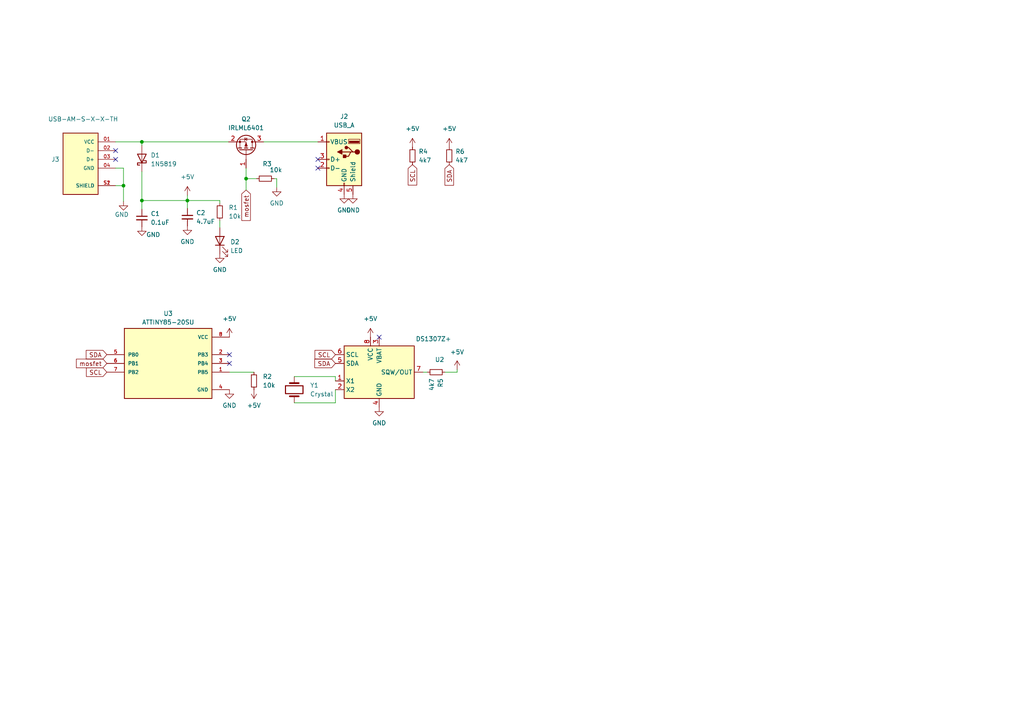
<source format=kicad_sch>
(kicad_sch (version 20230121) (generator eeschema)

  (uuid 239d9de4-bcf0-491e-9e07-b1cbff465015)

  (paper "A4")

  (lib_symbols
    (symbol "ATTINY85-20SU:ATTINY85-20SU" (pin_names (offset 1.016)) (in_bom yes) (on_board yes)
      (property "Reference" "U" (at -12.7 11.16 0)
        (effects (font (size 1.27 1.27)) (justify left bottom))
      )
      (property "Value" "ATTINY85-20SU" (at -12.7 -14.16 0)
        (effects (font (size 1.27 1.27)) (justify left bottom))
      )
      (property "Footprint" "ATTINY85-20SU:SOIC127P798X216-8N" (at 0 0 0)
        (effects (font (size 1.27 1.27)) (justify bottom) hide)
      )
      (property "Datasheet" "" (at 0 0 0)
        (effects (font (size 1.27 1.27)) hide)
      )
      (property "MF" "Microchip" (at 0 0 0)
        (effects (font (size 1.27 1.27)) (justify bottom) hide)
      )
      (property "DESCRIPTION" "IC MCU 8BIT 8KB FLASH 8SOIC" (at 0 0 0)
        (effects (font (size 1.27 1.27)) (justify bottom) hide)
      )
      (property "PURCHASE-URL" "https://pricing.snapeda.com/search/part/ATTINY85V-10SU/?ref=eda" (at 0 0 0)
        (effects (font (size 1.27 1.27)) (justify bottom) hide)
      )
      (property "PACKAGE" "None" (at 0 0 0)
        (effects (font (size 1.27 1.27)) (justify bottom) hide)
      )
      (property "PRICE" "None" (at 0 0 0)
        (effects (font (size 1.27 1.27)) (justify bottom) hide)
      )
      (property "Package" "SOIC-8 Microchip" (at 0 0 0)
        (effects (font (size 1.27 1.27)) (justify bottom) hide)
      )
      (property "Check_prices" "https://www.snapeda.com/parts/ATTINY85-20SU/Microchip/view-part/?ref=eda" (at 0 0 0)
        (effects (font (size 1.27 1.27)) (justify bottom) hide)
      )
      (property "Price" "None" (at 0 0 0)
        (effects (font (size 1.27 1.27)) (justify bottom) hide)
      )
      (property "PARTREV" "2586Q–AVR–08/2013" (at 0 0 0)
        (effects (font (size 1.27 1.27)) (justify bottom) hide)
      )
      (property "SnapEDA_Link" "https://www.snapeda.com/parts/ATTINY85-20SU/Microchip/view-part/?ref=snap" (at 0 0 0)
        (effects (font (size 1.27 1.27)) (justify bottom) hide)
      )
      (property "MP" "ATTINY85-20SU" (at 0 0 0)
        (effects (font (size 1.27 1.27)) (justify bottom) hide)
      )
      (property "Description" "\nAVR AVR® ATtiny, Functional Safety (FuSa) Microcontroller IC 8-Bit 20MHz 8KB (4K x 16) FLASH 8-SOIC\n" (at 0 0 0)
        (effects (font (size 1.27 1.27)) (justify bottom) hide)
      )
      (property "Availability" "In Stock" (at 0 0 0)
        (effects (font (size 1.27 1.27)) (justify bottom) hide)
      )
      (property "AVAILABILITY" "Good" (at 0 0 0)
        (effects (font (size 1.27 1.27)) (justify bottom) hide)
      )
      (property "MAXIMUM_PACKAGE_HEIGHT" "2.16 mm" (at 0 0 0)
        (effects (font (size 1.27 1.27)) (justify bottom) hide)
      )
      (symbol "ATTINY85-20SU_0_0"
        (rectangle (start -12.7 -10.16) (end 12.7 10.16)
          (stroke (width 0.254) (type default))
          (fill (type background))
        )
        (pin bidirectional line (at 17.78 -2.54 180) (length 5.08)
          (name "PB5" (effects (font (size 1.016 1.016))))
          (number "1" (effects (font (size 1.016 1.016))))
        )
        (pin bidirectional line (at 17.78 2.54 180) (length 5.08)
          (name "PB3" (effects (font (size 1.016 1.016))))
          (number "2" (effects (font (size 1.016 1.016))))
        )
        (pin bidirectional line (at 17.78 0 180) (length 5.08)
          (name "PB4" (effects (font (size 1.016 1.016))))
          (number "3" (effects (font (size 1.016 1.016))))
        )
        (pin power_in line (at 17.78 -7.62 180) (length 5.08)
          (name "GND" (effects (font (size 1.016 1.016))))
          (number "4" (effects (font (size 1.016 1.016))))
        )
        (pin bidirectional line (at -17.78 2.54 0) (length 5.08)
          (name "PB0" (effects (font (size 1.016 1.016))))
          (number "5" (effects (font (size 1.016 1.016))))
        )
        (pin bidirectional line (at -17.78 0 0) (length 5.08)
          (name "PB1" (effects (font (size 1.016 1.016))))
          (number "6" (effects (font (size 1.016 1.016))))
        )
        (pin bidirectional line (at -17.78 -2.54 0) (length 5.08)
          (name "PB2" (effects (font (size 1.016 1.016))))
          (number "7" (effects (font (size 1.016 1.016))))
        )
        (pin power_in line (at 17.78 7.62 180) (length 5.08)
          (name "VCC" (effects (font (size 1.016 1.016))))
          (number "8" (effects (font (size 1.016 1.016))))
        )
      )
    )
    (symbol "Connector:USB_A" (pin_names (offset 1.016)) (in_bom yes) (on_board yes)
      (property "Reference" "J" (at -5.08 11.43 0)
        (effects (font (size 1.27 1.27)) (justify left))
      )
      (property "Value" "USB_A" (at -5.08 8.89 0)
        (effects (font (size 1.27 1.27)) (justify left))
      )
      (property "Footprint" "" (at 3.81 -1.27 0)
        (effects (font (size 1.27 1.27)) hide)
      )
      (property "Datasheet" " ~" (at 3.81 -1.27 0)
        (effects (font (size 1.27 1.27)) hide)
      )
      (property "ki_keywords" "connector USB" (at 0 0 0)
        (effects (font (size 1.27 1.27)) hide)
      )
      (property "ki_description" "USB Type A connector" (at 0 0 0)
        (effects (font (size 1.27 1.27)) hide)
      )
      (property "ki_fp_filters" "USB*" (at 0 0 0)
        (effects (font (size 1.27 1.27)) hide)
      )
      (symbol "USB_A_0_1"
        (rectangle (start -5.08 -7.62) (end 5.08 7.62)
          (stroke (width 0.254) (type default))
          (fill (type background))
        )
        (circle (center -3.81 2.159) (radius 0.635)
          (stroke (width 0.254) (type default))
          (fill (type outline))
        )
        (rectangle (start -1.524 4.826) (end -4.318 5.334)
          (stroke (width 0) (type default))
          (fill (type outline))
        )
        (rectangle (start -1.27 4.572) (end -4.572 5.842)
          (stroke (width 0) (type default))
          (fill (type none))
        )
        (circle (center -0.635 3.429) (radius 0.381)
          (stroke (width 0.254) (type default))
          (fill (type outline))
        )
        (rectangle (start -0.127 -7.62) (end 0.127 -6.858)
          (stroke (width 0) (type default))
          (fill (type none))
        )
        (polyline
          (pts
            (xy -3.175 2.159)
            (xy -2.54 2.159)
            (xy -1.27 3.429)
            (xy -0.635 3.429)
          )
          (stroke (width 0.254) (type default))
          (fill (type none))
        )
        (polyline
          (pts
            (xy -2.54 2.159)
            (xy -1.905 2.159)
            (xy -1.27 0.889)
            (xy 0 0.889)
          )
          (stroke (width 0.254) (type default))
          (fill (type none))
        )
        (polyline
          (pts
            (xy 0.635 2.794)
            (xy 0.635 1.524)
            (xy 1.905 2.159)
            (xy 0.635 2.794)
          )
          (stroke (width 0.254) (type default))
          (fill (type outline))
        )
        (rectangle (start 0.254 1.27) (end -0.508 0.508)
          (stroke (width 0.254) (type default))
          (fill (type outline))
        )
        (rectangle (start 5.08 -2.667) (end 4.318 -2.413)
          (stroke (width 0) (type default))
          (fill (type none))
        )
        (rectangle (start 5.08 -0.127) (end 4.318 0.127)
          (stroke (width 0) (type default))
          (fill (type none))
        )
        (rectangle (start 5.08 4.953) (end 4.318 5.207)
          (stroke (width 0) (type default))
          (fill (type none))
        )
      )
      (symbol "USB_A_1_1"
        (polyline
          (pts
            (xy -1.905 2.159)
            (xy 0.635 2.159)
          )
          (stroke (width 0.254) (type default))
          (fill (type none))
        )
        (pin power_in line (at 7.62 5.08 180) (length 2.54)
          (name "VBUS" (effects (font (size 1.27 1.27))))
          (number "1" (effects (font (size 1.27 1.27))))
        )
        (pin bidirectional line (at 7.62 -2.54 180) (length 2.54)
          (name "D-" (effects (font (size 1.27 1.27))))
          (number "2" (effects (font (size 1.27 1.27))))
        )
        (pin bidirectional line (at 7.62 0 180) (length 2.54)
          (name "D+" (effects (font (size 1.27 1.27))))
          (number "3" (effects (font (size 1.27 1.27))))
        )
        (pin power_in line (at 0 -10.16 90) (length 2.54)
          (name "GND" (effects (font (size 1.27 1.27))))
          (number "4" (effects (font (size 1.27 1.27))))
        )
        (pin passive line (at -2.54 -10.16 90) (length 2.54)
          (name "Shield" (effects (font (size 1.27 1.27))))
          (number "5" (effects (font (size 1.27 1.27))))
        )
      )
    )
    (symbol "Device:C_Small" (pin_numbers hide) (pin_names (offset 0.254) hide) (in_bom yes) (on_board yes)
      (property "Reference" "C" (at 0.254 1.778 0)
        (effects (font (size 1.27 1.27)) (justify left))
      )
      (property "Value" "C_Small" (at 0.254 -2.032 0)
        (effects (font (size 1.27 1.27)) (justify left))
      )
      (property "Footprint" "" (at 0 0 0)
        (effects (font (size 1.27 1.27)) hide)
      )
      (property "Datasheet" "~" (at 0 0 0)
        (effects (font (size 1.27 1.27)) hide)
      )
      (property "ki_keywords" "capacitor cap" (at 0 0 0)
        (effects (font (size 1.27 1.27)) hide)
      )
      (property "ki_description" "Unpolarized capacitor, small symbol" (at 0 0 0)
        (effects (font (size 1.27 1.27)) hide)
      )
      (property "ki_fp_filters" "C_*" (at 0 0 0)
        (effects (font (size 1.27 1.27)) hide)
      )
      (symbol "C_Small_0_1"
        (polyline
          (pts
            (xy -1.524 -0.508)
            (xy 1.524 -0.508)
          )
          (stroke (width 0.3302) (type default))
          (fill (type none))
        )
        (polyline
          (pts
            (xy -1.524 0.508)
            (xy 1.524 0.508)
          )
          (stroke (width 0.3048) (type default))
          (fill (type none))
        )
      )
      (symbol "C_Small_1_1"
        (pin passive line (at 0 2.54 270) (length 2.032)
          (name "~" (effects (font (size 1.27 1.27))))
          (number "1" (effects (font (size 1.27 1.27))))
        )
        (pin passive line (at 0 -2.54 90) (length 2.032)
          (name "~" (effects (font (size 1.27 1.27))))
          (number "2" (effects (font (size 1.27 1.27))))
        )
      )
    )
    (symbol "Device:Crystal" (pin_numbers hide) (pin_names (offset 1.016) hide) (in_bom yes) (on_board yes)
      (property "Reference" "Y" (at 0 3.81 0)
        (effects (font (size 1.27 1.27)))
      )
      (property "Value" "Crystal" (at 0 -3.81 0)
        (effects (font (size 1.27 1.27)))
      )
      (property "Footprint" "" (at 0 0 0)
        (effects (font (size 1.27 1.27)) hide)
      )
      (property "Datasheet" "~" (at 0 0 0)
        (effects (font (size 1.27 1.27)) hide)
      )
      (property "ki_keywords" "quartz ceramic resonator oscillator" (at 0 0 0)
        (effects (font (size 1.27 1.27)) hide)
      )
      (property "ki_description" "Two pin crystal" (at 0 0 0)
        (effects (font (size 1.27 1.27)) hide)
      )
      (property "ki_fp_filters" "Crystal*" (at 0 0 0)
        (effects (font (size 1.27 1.27)) hide)
      )
      (symbol "Crystal_0_1"
        (rectangle (start -1.143 2.54) (end 1.143 -2.54)
          (stroke (width 0.3048) (type default))
          (fill (type none))
        )
        (polyline
          (pts
            (xy -2.54 0)
            (xy -1.905 0)
          )
          (stroke (width 0) (type default))
          (fill (type none))
        )
        (polyline
          (pts
            (xy -1.905 -1.27)
            (xy -1.905 1.27)
          )
          (stroke (width 0.508) (type default))
          (fill (type none))
        )
        (polyline
          (pts
            (xy 1.905 -1.27)
            (xy 1.905 1.27)
          )
          (stroke (width 0.508) (type default))
          (fill (type none))
        )
        (polyline
          (pts
            (xy 2.54 0)
            (xy 1.905 0)
          )
          (stroke (width 0) (type default))
          (fill (type none))
        )
      )
      (symbol "Crystal_1_1"
        (pin passive line (at -3.81 0 0) (length 1.27)
          (name "1" (effects (font (size 1.27 1.27))))
          (number "1" (effects (font (size 1.27 1.27))))
        )
        (pin passive line (at 3.81 0 180) (length 1.27)
          (name "2" (effects (font (size 1.27 1.27))))
          (number "2" (effects (font (size 1.27 1.27))))
        )
      )
    )
    (symbol "Device:LED" (pin_numbers hide) (pin_names (offset 1.016) hide) (in_bom yes) (on_board yes)
      (property "Reference" "D" (at 0 2.54 0)
        (effects (font (size 1.27 1.27)))
      )
      (property "Value" "LED" (at 0 -2.54 0)
        (effects (font (size 1.27 1.27)))
      )
      (property "Footprint" "" (at 0 0 0)
        (effects (font (size 1.27 1.27)) hide)
      )
      (property "Datasheet" "~" (at 0 0 0)
        (effects (font (size 1.27 1.27)) hide)
      )
      (property "ki_keywords" "LED diode" (at 0 0 0)
        (effects (font (size 1.27 1.27)) hide)
      )
      (property "ki_description" "Light emitting diode" (at 0 0 0)
        (effects (font (size 1.27 1.27)) hide)
      )
      (property "ki_fp_filters" "LED* LED_SMD:* LED_THT:*" (at 0 0 0)
        (effects (font (size 1.27 1.27)) hide)
      )
      (symbol "LED_0_1"
        (polyline
          (pts
            (xy -1.27 -1.27)
            (xy -1.27 1.27)
          )
          (stroke (width 0.254) (type default))
          (fill (type none))
        )
        (polyline
          (pts
            (xy -1.27 0)
            (xy 1.27 0)
          )
          (stroke (width 0) (type default))
          (fill (type none))
        )
        (polyline
          (pts
            (xy 1.27 -1.27)
            (xy 1.27 1.27)
            (xy -1.27 0)
            (xy 1.27 -1.27)
          )
          (stroke (width 0.254) (type default))
          (fill (type none))
        )
        (polyline
          (pts
            (xy -3.048 -0.762)
            (xy -4.572 -2.286)
            (xy -3.81 -2.286)
            (xy -4.572 -2.286)
            (xy -4.572 -1.524)
          )
          (stroke (width 0) (type default))
          (fill (type none))
        )
        (polyline
          (pts
            (xy -1.778 -0.762)
            (xy -3.302 -2.286)
            (xy -2.54 -2.286)
            (xy -3.302 -2.286)
            (xy -3.302 -1.524)
          )
          (stroke (width 0) (type default))
          (fill (type none))
        )
      )
      (symbol "LED_1_1"
        (pin passive line (at -3.81 0 0) (length 2.54)
          (name "K" (effects (font (size 1.27 1.27))))
          (number "1" (effects (font (size 1.27 1.27))))
        )
        (pin passive line (at 3.81 0 180) (length 2.54)
          (name "A" (effects (font (size 1.27 1.27))))
          (number "2" (effects (font (size 1.27 1.27))))
        )
      )
    )
    (symbol "Device:R_Small" (pin_numbers hide) (pin_names (offset 0.254) hide) (in_bom yes) (on_board yes)
      (property "Reference" "R" (at 0.762 0.508 0)
        (effects (font (size 1.27 1.27)) (justify left))
      )
      (property "Value" "R_Small" (at 0.762 -1.016 0)
        (effects (font (size 1.27 1.27)) (justify left))
      )
      (property "Footprint" "" (at 0 0 0)
        (effects (font (size 1.27 1.27)) hide)
      )
      (property "Datasheet" "~" (at 0 0 0)
        (effects (font (size 1.27 1.27)) hide)
      )
      (property "ki_keywords" "R resistor" (at 0 0 0)
        (effects (font (size 1.27 1.27)) hide)
      )
      (property "ki_description" "Resistor, small symbol" (at 0 0 0)
        (effects (font (size 1.27 1.27)) hide)
      )
      (property "ki_fp_filters" "R_*" (at 0 0 0)
        (effects (font (size 1.27 1.27)) hide)
      )
      (symbol "R_Small_0_1"
        (rectangle (start -0.762 1.778) (end 0.762 -1.778)
          (stroke (width 0.2032) (type default))
          (fill (type none))
        )
      )
      (symbol "R_Small_1_1"
        (pin passive line (at 0 2.54 270) (length 0.762)
          (name "~" (effects (font (size 1.27 1.27))))
          (number "1" (effects (font (size 1.27 1.27))))
        )
        (pin passive line (at 0 -2.54 90) (length 0.762)
          (name "~" (effects (font (size 1.27 1.27))))
          (number "2" (effects (font (size 1.27 1.27))))
        )
      )
    )
    (symbol "Diode:1N5819" (pin_numbers hide) (pin_names (offset 1.016) hide) (in_bom yes) (on_board yes)
      (property "Reference" "D" (at 0 2.54 0)
        (effects (font (size 1.27 1.27)))
      )
      (property "Value" "1N5819" (at 0 -2.54 0)
        (effects (font (size 1.27 1.27)))
      )
      (property "Footprint" "Diode_THT:D_DO-41_SOD81_P10.16mm_Horizontal" (at 0 -4.445 0)
        (effects (font (size 1.27 1.27)) hide)
      )
      (property "Datasheet" "http://www.vishay.com/docs/88525/1n5817.pdf" (at 0 0 0)
        (effects (font (size 1.27 1.27)) hide)
      )
      (property "ki_keywords" "diode Schottky" (at 0 0 0)
        (effects (font (size 1.27 1.27)) hide)
      )
      (property "ki_description" "40V 1A Schottky Barrier Rectifier Diode, DO-41" (at 0 0 0)
        (effects (font (size 1.27 1.27)) hide)
      )
      (property "ki_fp_filters" "D*DO?41*" (at 0 0 0)
        (effects (font (size 1.27 1.27)) hide)
      )
      (symbol "1N5819_0_1"
        (polyline
          (pts
            (xy 1.27 0)
            (xy -1.27 0)
          )
          (stroke (width 0) (type default))
          (fill (type none))
        )
        (polyline
          (pts
            (xy 1.27 1.27)
            (xy 1.27 -1.27)
            (xy -1.27 0)
            (xy 1.27 1.27)
          )
          (stroke (width 0.254) (type default))
          (fill (type none))
        )
        (polyline
          (pts
            (xy -1.905 0.635)
            (xy -1.905 1.27)
            (xy -1.27 1.27)
            (xy -1.27 -1.27)
            (xy -0.635 -1.27)
            (xy -0.635 -0.635)
          )
          (stroke (width 0.254) (type default))
          (fill (type none))
        )
      )
      (symbol "1N5819_1_1"
        (pin passive line (at -3.81 0 0) (length 2.54)
          (name "K" (effects (font (size 1.27 1.27))))
          (number "1" (effects (font (size 1.27 1.27))))
        )
        (pin passive line (at 3.81 0 180) (length 2.54)
          (name "A" (effects (font (size 1.27 1.27))))
          (number "2" (effects (font (size 1.27 1.27))))
        )
      )
    )
    (symbol "Timer_RTC:DS1307Z+" (in_bom yes) (on_board yes)
      (property "Reference" "U" (at -8.89 8.89 0)
        (effects (font (size 1.27 1.27)))
      )
      (property "Value" "DS1307Z+" (at 1.27 8.89 0)
        (effects (font (size 1.27 1.27)) (justify left))
      )
      (property "Footprint" "Package_SO:SOIC-8_3.9x4.9mm_P1.27mm" (at 0 -12.7 0)
        (effects (font (size 1.27 1.27)) hide)
      )
      (property "Datasheet" "https://datasheets.maximintegrated.com/en/ds/DS1307.pdf" (at 0 0 0)
        (effects (font (size 1.27 1.27)) hide)
      )
      (property "ki_keywords" "RTC, I2C Timekeeping Chip" (at 0 0 0)
        (effects (font (size 1.27 1.27)) hide)
      )
      (property "ki_description" "64 x 8, Serial, I2C Real-time clock, 4.5V to 5.5V VCC, 0°C to +70°C, SOIC-8" (at 0 0 0)
        (effects (font (size 1.27 1.27)) hide)
      )
      (property "ki_fp_filters" "SOIC*3.9x4.9mm?P1.27mm*" (at 0 0 0)
        (effects (font (size 1.27 1.27)) hide)
      )
      (symbol "DS1307Z+_0_1"
        (rectangle (start -10.16 7.62) (end 10.16 -7.62)
          (stroke (width 0.254) (type default))
          (fill (type background))
        )
      )
      (symbol "DS1307Z+_1_1"
        (pin input line (at -12.7 -2.54 0) (length 2.54)
          (name "X1" (effects (font (size 1.27 1.27))))
          (number "1" (effects (font (size 1.27 1.27))))
        )
        (pin input line (at -12.7 -5.08 0) (length 2.54)
          (name "X2" (effects (font (size 1.27 1.27))))
          (number "2" (effects (font (size 1.27 1.27))))
        )
        (pin power_in line (at 0 10.16 270) (length 2.54)
          (name "VBAT" (effects (font (size 1.27 1.27))))
          (number "3" (effects (font (size 1.27 1.27))))
        )
        (pin power_in line (at 0 -10.16 90) (length 2.54)
          (name "GND" (effects (font (size 1.27 1.27))))
          (number "4" (effects (font (size 1.27 1.27))))
        )
        (pin bidirectional line (at -12.7 2.54 0) (length 2.54)
          (name "SDA" (effects (font (size 1.27 1.27))))
          (number "5" (effects (font (size 1.27 1.27))))
        )
        (pin input line (at -12.7 5.08 0) (length 2.54)
          (name "SCL" (effects (font (size 1.27 1.27))))
          (number "6" (effects (font (size 1.27 1.27))))
        )
        (pin open_collector line (at 12.7 0 180) (length 2.54)
          (name "SQW/OUT" (effects (font (size 1.27 1.27))))
          (number "7" (effects (font (size 1.27 1.27))))
        )
        (pin power_in line (at -2.54 10.16 270) (length 2.54)
          (name "VCC" (effects (font (size 1.27 1.27))))
          (number "8" (effects (font (size 1.27 1.27))))
        )
      )
    )
    (symbol "Transistor_FET:IRLML6401" (pin_names hide) (in_bom yes) (on_board yes)
      (property "Reference" "Q" (at 5.08 1.905 0)
        (effects (font (size 1.27 1.27)) (justify left))
      )
      (property "Value" "IRLML6401" (at 5.08 0 0)
        (effects (font (size 1.27 1.27)) (justify left))
      )
      (property "Footprint" "Package_TO_SOT_SMD:SOT-23" (at 5.08 -1.905 0)
        (effects (font (size 1.27 1.27) italic) (justify left) hide)
      )
      (property "Datasheet" "https://www.infineon.com/dgdl/irlml6401pbf.pdf?fileId=5546d462533600a401535668b96d2634" (at 0 0 0)
        (effects (font (size 1.27 1.27)) (justify left) hide)
      )
      (property "ki_keywords" "P-Channel HEXFET MOSFET Logic-Level" (at 0 0 0)
        (effects (font (size 1.27 1.27)) hide)
      )
      (property "ki_description" "-4.3A Id, -12V Vds, 50mOhm Rds, P-Channel HEXFET Power MOSFET, SOT-23" (at 0 0 0)
        (effects (font (size 1.27 1.27)) hide)
      )
      (property "ki_fp_filters" "SOT?23*" (at 0 0 0)
        (effects (font (size 1.27 1.27)) hide)
      )
      (symbol "IRLML6401_0_1"
        (polyline
          (pts
            (xy 0.254 0)
            (xy -2.54 0)
          )
          (stroke (width 0) (type default))
          (fill (type none))
        )
        (polyline
          (pts
            (xy 0.254 1.905)
            (xy 0.254 -1.905)
          )
          (stroke (width 0.254) (type default))
          (fill (type none))
        )
        (polyline
          (pts
            (xy 0.762 -1.27)
            (xy 0.762 -2.286)
          )
          (stroke (width 0.254) (type default))
          (fill (type none))
        )
        (polyline
          (pts
            (xy 0.762 0.508)
            (xy 0.762 -0.508)
          )
          (stroke (width 0.254) (type default))
          (fill (type none))
        )
        (polyline
          (pts
            (xy 0.762 2.286)
            (xy 0.762 1.27)
          )
          (stroke (width 0.254) (type default))
          (fill (type none))
        )
        (polyline
          (pts
            (xy 2.54 2.54)
            (xy 2.54 1.778)
          )
          (stroke (width 0) (type default))
          (fill (type none))
        )
        (polyline
          (pts
            (xy 2.54 -2.54)
            (xy 2.54 0)
            (xy 0.762 0)
          )
          (stroke (width 0) (type default))
          (fill (type none))
        )
        (polyline
          (pts
            (xy 0.762 1.778)
            (xy 3.302 1.778)
            (xy 3.302 -1.778)
            (xy 0.762 -1.778)
          )
          (stroke (width 0) (type default))
          (fill (type none))
        )
        (polyline
          (pts
            (xy 2.286 0)
            (xy 1.27 0.381)
            (xy 1.27 -0.381)
            (xy 2.286 0)
          )
          (stroke (width 0) (type default))
          (fill (type outline))
        )
        (polyline
          (pts
            (xy 2.794 -0.508)
            (xy 2.921 -0.381)
            (xy 3.683 -0.381)
            (xy 3.81 -0.254)
          )
          (stroke (width 0) (type default))
          (fill (type none))
        )
        (polyline
          (pts
            (xy 3.302 -0.381)
            (xy 2.921 0.254)
            (xy 3.683 0.254)
            (xy 3.302 -0.381)
          )
          (stroke (width 0) (type default))
          (fill (type none))
        )
        (circle (center 1.651 0) (radius 2.794)
          (stroke (width 0.254) (type default))
          (fill (type none))
        )
        (circle (center 2.54 -1.778) (radius 0.254)
          (stroke (width 0) (type default))
          (fill (type outline))
        )
        (circle (center 2.54 1.778) (radius 0.254)
          (stroke (width 0) (type default))
          (fill (type outline))
        )
      )
      (symbol "IRLML6401_1_1"
        (pin input line (at -5.08 0 0) (length 2.54)
          (name "G" (effects (font (size 1.27 1.27))))
          (number "1" (effects (font (size 1.27 1.27))))
        )
        (pin passive line (at 2.54 -5.08 90) (length 2.54)
          (name "S" (effects (font (size 1.27 1.27))))
          (number "2" (effects (font (size 1.27 1.27))))
        )
        (pin passive line (at 2.54 5.08 270) (length 2.54)
          (name "D" (effects (font (size 1.27 1.27))))
          (number "3" (effects (font (size 1.27 1.27))))
        )
      )
    )
    (symbol "USB-AM-S-X-X-TH:USB-AM-S-X-X-TH" (pin_names (offset 1.016)) (in_bom yes) (on_board yes)
      (property "Reference" "J" (at -5.08 8.89 0)
        (effects (font (size 1.27 1.27)) (justify left bottom))
      )
      (property "Value" "USB-AM-S-X-X-TH" (at -5.08 -12.7 0)
        (effects (font (size 1.27 1.27)) (justify left bottom))
      )
      (property "Footprint" "USB-AM-S-X-X-TH:SAMTEC_USB-AM-S-X-X-TH" (at 0 0 0)
        (effects (font (size 1.27 1.27)) (justify bottom) hide)
      )
      (property "Datasheet" "" (at 0 0 0)
        (effects (font (size 1.27 1.27)) hide)
      )
      (property "MF" "Samtec" (at 0 0 0)
        (effects (font (size 1.27 1.27)) (justify bottom) hide)
      )
      (property "MAXIMUM_PACKAGE_HEIGHT" "4.6 mm" (at 0 0 0)
        (effects (font (size 1.27 1.27)) (justify bottom) hide)
      )
      (property "Package" "None" (at 0 0 0)
        (effects (font (size 1.27 1.27)) (justify bottom) hide)
      )
      (property "Price" "None" (at 0 0 0)
        (effects (font (size 1.27 1.27)) (justify bottom) hide)
      )
      (property "Check_prices" "https://www.snapeda.com/parts/USB-AM-S-F-W-TH/Samtec+Inc./view-part/?ref=eda" (at 0 0 0)
        (effects (font (size 1.27 1.27)) (justify bottom) hide)
      )
      (property "STANDARD" "Manufacturer Recommendations" (at 0 0 0)
        (effects (font (size 1.27 1.27)) (justify bottom) hide)
      )
      (property "PARTREV" "U" (at 0 0 0)
        (effects (font (size 1.27 1.27)) (justify bottom) hide)
      )
      (property "SnapEDA_Link" "https://www.snapeda.com/parts/USB-AM-S-F-W-TH/Samtec+Inc./view-part/?ref=snap" (at 0 0 0)
        (effects (font (size 1.27 1.27)) (justify bottom) hide)
      )
      (property "MP" "USB-AM-S-F-W-TH" (at 0 0 0)
        (effects (font (size 1.27 1.27)) (justify bottom) hide)
      )
      (property "Description" "\nUSB-A (USB TYPE-A) USB 2.0 Plug Connector 4 Position Through Hole, Right Angle\n" (at 0 0 0)
        (effects (font (size 1.27 1.27)) (justify bottom) hide)
      )
      (property "Availability" "In Stock" (at 0 0 0)
        (effects (font (size 1.27 1.27)) (justify bottom) hide)
      )
      (property "MANUFACTURER" "Samtec" (at 0 0 0)
        (effects (font (size 1.27 1.27)) (justify bottom) hide)
      )
      (symbol "USB-AM-S-X-X-TH_0_0"
        (rectangle (start -5.08 -10.16) (end 5.08 7.62)
          (stroke (width 0.254) (type default))
          (fill (type background))
        )
        (pin power_in line (at -10.16 5.08 0) (length 5.08)
          (name "VCC" (effects (font (size 1.016 1.016))))
          (number "01" (effects (font (size 1.016 1.016))))
        )
        (pin bidirectional line (at -10.16 2.54 0) (length 5.08)
          (name "D-" (effects (font (size 1.016 1.016))))
          (number "02" (effects (font (size 1.016 1.016))))
        )
        (pin bidirectional line (at -10.16 0 0) (length 5.08)
          (name "D+" (effects (font (size 1.016 1.016))))
          (number "03" (effects (font (size 1.016 1.016))))
        )
        (pin power_in line (at -10.16 -2.54 0) (length 5.08)
          (name "GND" (effects (font (size 1.016 1.016))))
          (number "04" (effects (font (size 1.016 1.016))))
        )
        (pin passive line (at -10.16 -7.62 0) (length 5.08)
          (name "SHIELD" (effects (font (size 1.016 1.016))))
          (number "S1" (effects (font (size 1.016 1.016))))
        )
        (pin passive line (at -10.16 -7.62 0) (length 5.08)
          (name "SHIELD" (effects (font (size 1.016 1.016))))
          (number "S2" (effects (font (size 1.016 1.016))))
        )
      )
    )
    (symbol "power:+5V" (power) (pin_names (offset 0)) (in_bom yes) (on_board yes)
      (property "Reference" "#PWR" (at 0 -3.81 0)
        (effects (font (size 1.27 1.27)) hide)
      )
      (property "Value" "+5V" (at 0 3.556 0)
        (effects (font (size 1.27 1.27)))
      )
      (property "Footprint" "" (at 0 0 0)
        (effects (font (size 1.27 1.27)) hide)
      )
      (property "Datasheet" "" (at 0 0 0)
        (effects (font (size 1.27 1.27)) hide)
      )
      (property "ki_keywords" "global power" (at 0 0 0)
        (effects (font (size 1.27 1.27)) hide)
      )
      (property "ki_description" "Power symbol creates a global label with name \"+5V\"" (at 0 0 0)
        (effects (font (size 1.27 1.27)) hide)
      )
      (symbol "+5V_0_1"
        (polyline
          (pts
            (xy -0.762 1.27)
            (xy 0 2.54)
          )
          (stroke (width 0) (type default))
          (fill (type none))
        )
        (polyline
          (pts
            (xy 0 0)
            (xy 0 2.54)
          )
          (stroke (width 0) (type default))
          (fill (type none))
        )
        (polyline
          (pts
            (xy 0 2.54)
            (xy 0.762 1.27)
          )
          (stroke (width 0) (type default))
          (fill (type none))
        )
      )
      (symbol "+5V_1_1"
        (pin power_in line (at 0 0 90) (length 0) hide
          (name "+5V" (effects (font (size 1.27 1.27))))
          (number "1" (effects (font (size 1.27 1.27))))
        )
      )
    )
    (symbol "power:GND" (power) (pin_names (offset 0)) (in_bom yes) (on_board yes)
      (property "Reference" "#PWR" (at 0 -6.35 0)
        (effects (font (size 1.27 1.27)) hide)
      )
      (property "Value" "GND" (at 0 -3.81 0)
        (effects (font (size 1.27 1.27)))
      )
      (property "Footprint" "" (at 0 0 0)
        (effects (font (size 1.27 1.27)) hide)
      )
      (property "Datasheet" "" (at 0 0 0)
        (effects (font (size 1.27 1.27)) hide)
      )
      (property "ki_keywords" "global power" (at 0 0 0)
        (effects (font (size 1.27 1.27)) hide)
      )
      (property "ki_description" "Power symbol creates a global label with name \"GND\" , ground" (at 0 0 0)
        (effects (font (size 1.27 1.27)) hide)
      )
      (symbol "GND_0_1"
        (polyline
          (pts
            (xy 0 0)
            (xy 0 -1.27)
            (xy 1.27 -1.27)
            (xy 0 -2.54)
            (xy -1.27 -1.27)
            (xy 0 -1.27)
          )
          (stroke (width 0) (type default))
          (fill (type none))
        )
      )
      (symbol "GND_1_1"
        (pin power_in line (at 0 0 270) (length 0) hide
          (name "GND" (effects (font (size 1.27 1.27))))
          (number "1" (effects (font (size 1.27 1.27))))
        )
      )
    )
  )

  (junction (at 71.374 51.816) (diameter 0) (color 0 0 0 0)
    (uuid 55a5c6f4-e65f-42d3-90c3-575557882585)
  )
  (junction (at 35.814 53.848) (diameter 0) (color 0 0 0 0)
    (uuid 71d71e65-0fc8-4e17-832f-4607117e2115)
  )
  (junction (at 54.356 58.166) (diameter 0) (color 0 0 0 0)
    (uuid 7a44f5fe-353d-43af-a93b-17ed75d6d7ef)
  )
  (junction (at 41.148 58.166) (diameter 0) (color 0 0 0 0)
    (uuid ecb91ed0-1ef6-45a9-aa0c-92fd9c2cf01e)
  )
  (junction (at 41.148 41.148) (diameter 0) (color 0 0 0 0)
    (uuid f5b0ff51-f3e8-4b36-8272-0b597af9cea2)
  )

  (no_connect (at 66.548 102.87) (uuid 0deb9908-c616-4982-94cb-2a277bc328ab))
  (no_connect (at 109.982 97.79) (uuid 4ccdc6e2-02d7-4503-a23e-5f7fc5906473))
  (no_connect (at 92.202 46.228) (uuid 9f1b40a1-df41-4076-9d56-f9be40be6c66))
  (no_connect (at 92.202 48.768) (uuid b4913013-219a-4463-9e74-e285e1c15cab))
  (no_connect (at 66.548 105.41) (uuid da5b5541-aee7-4765-9d1f-6d9b0cdaad40))
  (no_connect (at 33.528 43.688) (uuid e1cb0486-2428-4aee-afc8-a36864f5448c))
  (no_connect (at 33.528 46.228) (uuid fd7498d3-dc4d-48f6-938d-a55be3c4fcaa))

  (wire (pts (xy 33.528 48.768) (xy 35.814 48.768))
    (stroke (width 0) (type default))
    (uuid 024fe173-932e-437b-bedb-4d13a5c69e36)
  )
  (wire (pts (xy 35.814 53.848) (xy 33.528 53.848))
    (stroke (width 0) (type default))
    (uuid 092d5fec-b5c6-4af9-afee-04a701d6ad17)
  )
  (wire (pts (xy 71.374 55.118) (xy 71.374 51.816))
    (stroke (width 0) (type default))
    (uuid 094985bd-b904-4a79-82af-ff36c4509bea)
  )
  (wire (pts (xy 132.588 107.95) (xy 129.032 107.95))
    (stroke (width 0) (type default))
    (uuid 0ab0460a-74ed-4846-8158-a73bbe83d024)
  )
  (wire (pts (xy 97.282 109.22) (xy 85.344 109.22))
    (stroke (width 0) (type default))
    (uuid 19fa746a-f804-4789-bd5f-a4d6e5080940)
  )
  (wire (pts (xy 71.374 51.816) (xy 71.374 48.768))
    (stroke (width 0) (type default))
    (uuid 1db5826a-a131-48fa-899d-2f7cf553c8f5)
  )
  (wire (pts (xy 41.148 58.166) (xy 41.148 60.706))
    (stroke (width 0) (type default))
    (uuid 1fd52afe-3bd0-4f03-bb66-3a99c83a59fb)
  )
  (wire (pts (xy 54.356 60.452) (xy 54.356 58.166))
    (stroke (width 0) (type default))
    (uuid 20e50c85-0ba3-442e-926a-f6f8958dea90)
  )
  (wire (pts (xy 54.356 58.166) (xy 63.754 58.166))
    (stroke (width 0) (type default))
    (uuid 2618dc36-c651-4f47-94ec-5dcd8582fbd0)
  )
  (wire (pts (xy 63.754 58.928) (xy 63.754 58.166))
    (stroke (width 0) (type default))
    (uuid 305fea64-79ea-48db-a138-6ce470649766)
  )
  (wire (pts (xy 54.356 56.642) (xy 54.356 58.166))
    (stroke (width 0) (type default))
    (uuid 489e9d60-2f6d-4cd2-919c-bbf6b48ab972)
  )
  (wire (pts (xy 66.548 107.95) (xy 73.66 107.95))
    (stroke (width 0) (type default))
    (uuid 5827448d-192b-414c-abdd-52fcba5d188e)
  )
  (wire (pts (xy 35.814 58.42) (xy 35.814 53.848))
    (stroke (width 0) (type default))
    (uuid 59e8c913-54a7-4285-ae85-5a73c2d2729b)
  )
  (wire (pts (xy 41.148 42.164) (xy 41.148 41.148))
    (stroke (width 0) (type default))
    (uuid 6492faa6-6cbd-4081-bbe1-95b2b30a4c2b)
  )
  (wire (pts (xy 97.282 110.49) (xy 97.282 109.22))
    (stroke (width 0) (type default))
    (uuid 682c4c70-348b-466a-9b98-e3c02e020b7d)
  )
  (wire (pts (xy 80.264 51.816) (xy 79.502 51.816))
    (stroke (width 0) (type default))
    (uuid 7e0ddb70-f5ca-4282-bf22-7cd79def4a62)
  )
  (wire (pts (xy 92.202 41.148) (xy 76.454 41.148))
    (stroke (width 0) (type default))
    (uuid 809d925a-1249-4005-b6d4-f2146110b94e)
  )
  (wire (pts (xy 97.282 113.03) (xy 97.282 116.84))
    (stroke (width 0) (type default))
    (uuid 89900b7c-d3ba-465f-b0b8-b7707b22c420)
  )
  (wire (pts (xy 80.264 54.356) (xy 80.264 51.816))
    (stroke (width 0) (type default))
    (uuid 89a71884-a22a-41b2-9efa-24b2d2c135dd)
  )
  (wire (pts (xy 97.282 116.84) (xy 85.344 116.84))
    (stroke (width 0) (type default))
    (uuid 8e401ced-258d-4c0f-9fb4-b9ec69b1e015)
  )
  (wire (pts (xy 41.148 49.784) (xy 41.148 58.166))
    (stroke (width 0) (type default))
    (uuid a4ad28c7-1c8e-4836-a383-960fa380d0bd)
  )
  (wire (pts (xy 41.148 58.166) (xy 54.356 58.166))
    (stroke (width 0) (type default))
    (uuid a56a8518-480c-4119-951b-235569dce433)
  )
  (wire (pts (xy 41.148 41.148) (xy 66.294 41.148))
    (stroke (width 0) (type default))
    (uuid a5850a8f-752b-4d27-a7f2-20042f1395ed)
  )
  (wire (pts (xy 33.528 41.148) (xy 41.148 41.148))
    (stroke (width 0) (type default))
    (uuid b784fe27-bfbc-4421-a4c1-8aebf453ccc2)
  )
  (wire (pts (xy 35.814 48.768) (xy 35.814 53.848))
    (stroke (width 0) (type default))
    (uuid bfa2d375-7e38-4571-9ff2-db63ed462738)
  )
  (wire (pts (xy 71.374 51.816) (xy 74.422 51.816))
    (stroke (width 0) (type default))
    (uuid c59c0199-b488-455c-8e9b-b870e8b3ddd3)
  )
  (wire (pts (xy 63.754 66.04) (xy 63.754 64.008))
    (stroke (width 0) (type default))
    (uuid e65f1f56-794c-42e6-8681-ad3c2a9cc4b6)
  )
  (wire (pts (xy 122.682 107.95) (xy 123.952 107.95))
    (stroke (width 0) (type default))
    (uuid e7db3654-4d58-4b4d-ac28-35a7205fafc0)
  )
  (wire (pts (xy 132.588 107.188) (xy 132.588 107.95))
    (stroke (width 0) (type default))
    (uuid ef617998-12a3-4268-b1eb-68fe22fc5243)
  )

  (global_label "mosfet" (shape input) (at 71.374 55.118 270) (fields_autoplaced)
    (effects (font (size 1.27 1.27)) (justify right))
    (uuid 0757e460-2f8d-49a3-a290-aad4397fe0b9)
    (property "Intersheetrefs" "${INTERSHEET_REFS}" (at 71.374 64.5136 90)
      (effects (font (size 1.27 1.27)) (justify right) hide)
    )
  )
  (global_label "SCL" (shape input) (at 119.634 47.752 270) (fields_autoplaced)
    (effects (font (size 1.27 1.27)) (justify right))
    (uuid 24a96186-1d74-4438-864d-3d5df363c3c3)
    (property "Intersheetrefs" "${INTERSHEET_REFS}" (at 119.634 54.2448 90)
      (effects (font (size 1.27 1.27)) (justify right) hide)
    )
  )
  (global_label "mosfet" (shape input) (at 30.988 105.41 180) (fields_autoplaced)
    (effects (font (size 1.27 1.27)) (justify right))
    (uuid 486551f9-c85c-46e6-9d4f-a33114086adc)
    (property "Intersheetrefs" "${INTERSHEET_REFS}" (at 21.5924 105.41 0)
      (effects (font (size 1.27 1.27)) (justify right) hide)
    )
  )
  (global_label "SDA" (shape input) (at 30.988 102.87 180) (fields_autoplaced)
    (effects (font (size 1.27 1.27)) (justify right))
    (uuid 51aa6add-a104-4b49-92d9-0ccbf09570e6)
    (property "Intersheetrefs" "${INTERSHEET_REFS}" (at 24.4347 102.87 0)
      (effects (font (size 1.27 1.27)) (justify right) hide)
    )
  )
  (global_label "SDA" (shape input) (at 130.302 47.752 270) (fields_autoplaced)
    (effects (font (size 1.27 1.27)) (justify right))
    (uuid 5d932afe-9cf6-4a0e-b1c6-49ca6d3da4cb)
    (property "Intersheetrefs" "${INTERSHEET_REFS}" (at 130.302 54.3053 90)
      (effects (font (size 1.27 1.27)) (justify right) hide)
    )
  )
  (global_label "SCL" (shape input) (at 97.282 102.87 180) (fields_autoplaced)
    (effects (font (size 1.27 1.27)) (justify right))
    (uuid 6d60780e-2eb4-4567-b890-b4718555a39a)
    (property "Intersheetrefs" "${INTERSHEET_REFS}" (at 90.7892 102.87 0)
      (effects (font (size 1.27 1.27)) (justify right) hide)
    )
  )
  (global_label "SDA" (shape input) (at 97.282 105.41 180) (fields_autoplaced)
    (effects (font (size 1.27 1.27)) (justify right))
    (uuid af23600b-52ea-433e-9d17-44e0d7c85547)
    (property "Intersheetrefs" "${INTERSHEET_REFS}" (at 90.7287 105.41 0)
      (effects (font (size 1.27 1.27)) (justify right) hide)
    )
  )
  (global_label "SCL" (shape input) (at 30.988 107.95 180) (fields_autoplaced)
    (effects (font (size 1.27 1.27)) (justify right))
    (uuid ba4d4949-37e3-4d6e-8d7a-de4646b43d75)
    (property "Intersheetrefs" "${INTERSHEET_REFS}" (at 24.4952 107.95 0)
      (effects (font (size 1.27 1.27)) (justify right) hide)
    )
  )

  (symbol (lib_id "power:+5V") (at 107.442 97.79 0) (unit 1)
    (in_bom yes) (on_board yes) (dnp no) (fields_autoplaced)
    (uuid 047910a2-46a5-47ff-9369-3b3f022c957d)
    (property "Reference" "#PWR013" (at 107.442 101.6 0)
      (effects (font (size 1.27 1.27)) hide)
    )
    (property "Value" "+5V" (at 107.442 92.456 0)
      (effects (font (size 1.27 1.27)))
    )
    (property "Footprint" "" (at 107.442 97.79 0)
      (effects (font (size 1.27 1.27)) hide)
    )
    (property "Datasheet" "" (at 107.442 97.79 0)
      (effects (font (size 1.27 1.27)) hide)
    )
    (pin "1" (uuid ca4fd2e6-cc20-47a7-8f69-8ff6d1474a8f))
    (instances
      (project "USB_Timer"
        (path "/239d9de4-bcf0-491e-9e07-b1cbff465015"
          (reference "#PWR013") (unit 1)
        )
      )
    )
  )

  (symbol (lib_id "power:GND") (at 109.982 118.11 0) (unit 1)
    (in_bom yes) (on_board yes) (dnp no) (fields_autoplaced)
    (uuid 127c8663-0986-4e1a-be94-cb05d12c497a)
    (property "Reference" "#PWR014" (at 109.982 124.46 0)
      (effects (font (size 1.27 1.27)) hide)
    )
    (property "Value" "GND" (at 109.982 122.682 0)
      (effects (font (size 1.27 1.27)))
    )
    (property "Footprint" "" (at 109.982 118.11 0)
      (effects (font (size 1.27 1.27)) hide)
    )
    (property "Datasheet" "" (at 109.982 118.11 0)
      (effects (font (size 1.27 1.27)) hide)
    )
    (pin "1" (uuid a1f04ba5-10d5-45f4-8bab-e72c2f5aadab))
    (instances
      (project "USB_Timer"
        (path "/239d9de4-bcf0-491e-9e07-b1cbff465015"
          (reference "#PWR014") (unit 1)
        )
      )
    )
  )

  (symbol (lib_id "Device:R_Small") (at 126.492 107.95 270) (unit 1)
    (in_bom yes) (on_board yes) (dnp no) (fields_autoplaced)
    (uuid 12fe548d-a7e7-454e-869b-3a5a256df56e)
    (property "Reference" "R5" (at 127.762 109.728 0)
      (effects (font (size 1.27 1.27)) (justify left))
    )
    (property "Value" "4k7" (at 125.222 109.728 0)
      (effects (font (size 1.27 1.27)) (justify left))
    )
    (property "Footprint" "Resistor_SMD:R_0603_1608Metric" (at 126.492 107.95 0)
      (effects (font (size 1.27 1.27)) hide)
    )
    (property "Datasheet" "~" (at 126.492 107.95 0)
      (effects (font (size 1.27 1.27)) hide)
    )
    (pin "1" (uuid 4a556065-32e2-4f72-baee-5952aa0fa174))
    (pin "2" (uuid 2d533c05-9878-47a7-bf08-7c6e98d57c7b))
    (instances
      (project "USB_Timer"
        (path "/239d9de4-bcf0-491e-9e07-b1cbff465015"
          (reference "R5") (unit 1)
        )
      )
    )
  )

  (symbol (lib_id "power:+5V") (at 54.356 56.642 0) (unit 1)
    (in_bom yes) (on_board yes) (dnp no) (fields_autoplaced)
    (uuid 1dec6216-6e94-42eb-9877-576f0c0d3681)
    (property "Reference" "#PWR06" (at 54.356 60.452 0)
      (effects (font (size 1.27 1.27)) hide)
    )
    (property "Value" "+5V" (at 54.356 51.308 0)
      (effects (font (size 1.27 1.27)))
    )
    (property "Footprint" "" (at 54.356 56.642 0)
      (effects (font (size 1.27 1.27)) hide)
    )
    (property "Datasheet" "" (at 54.356 56.642 0)
      (effects (font (size 1.27 1.27)) hide)
    )
    (pin "1" (uuid 994df4d3-3cd5-4547-b341-12b70d5910f2))
    (instances
      (project "USB_Timer"
        (path "/239d9de4-bcf0-491e-9e07-b1cbff465015"
          (reference "#PWR06") (unit 1)
        )
      )
    )
  )

  (symbol (lib_id "Connector:USB_A") (at 99.822 46.228 0) (mirror y) (unit 1)
    (in_bom yes) (on_board yes) (dnp no)
    (uuid 2a819d9c-5887-4273-ba56-4b0f732a65f7)
    (property "Reference" "J2" (at 99.822 33.782 0)
      (effects (font (size 1.27 1.27)))
    )
    (property "Value" "USB_A" (at 99.822 36.322 0)
      (effects (font (size 1.27 1.27)))
    )
    (property "Footprint" "Connector_USB:USB_A_Receptacle_GCT_USB1046" (at 96.012 47.498 0)
      (effects (font (size 1.27 1.27)) hide)
    )
    (property "Datasheet" " ~" (at 96.012 47.498 0)
      (effects (font (size 1.27 1.27)) hide)
    )
    (pin "1" (uuid df90ffc4-963d-49a9-bf08-c842c6c0aded))
    (pin "2" (uuid 7cb605af-971b-4a47-9f83-1a657843f78c))
    (pin "3" (uuid d47674de-da47-4c97-8ddf-42d957b6140a))
    (pin "4" (uuid 6ab5cc7a-176d-40ce-bdf5-69efa0427818))
    (pin "5" (uuid 89105300-be04-48c2-9fc0-b8e51e1e48c7))
    (instances
      (project "USB_Timer"
        (path "/239d9de4-bcf0-491e-9e07-b1cbff465015"
          (reference "J2") (unit 1)
        )
      )
    )
  )

  (symbol (lib_id "power:+5V") (at 73.66 113.03 180) (unit 1)
    (in_bom yes) (on_board yes) (dnp no) (fields_autoplaced)
    (uuid 2aedcf1d-ed7d-4984-ba02-23c68ed26f39)
    (property "Reference" "#PWR09" (at 73.66 109.22 0)
      (effects (font (size 1.27 1.27)) hide)
    )
    (property "Value" "+5V" (at 73.66 117.602 0)
      (effects (font (size 1.27 1.27)))
    )
    (property "Footprint" "" (at 73.66 113.03 0)
      (effects (font (size 1.27 1.27)) hide)
    )
    (property "Datasheet" "" (at 73.66 113.03 0)
      (effects (font (size 1.27 1.27)) hide)
    )
    (pin "1" (uuid 9f754496-8335-4382-8a0d-c3133bbbaedf))
    (instances
      (project "USB_Timer"
        (path "/239d9de4-bcf0-491e-9e07-b1cbff465015"
          (reference "#PWR09") (unit 1)
        )
      )
    )
  )

  (symbol (lib_id "power:GND") (at 41.148 65.786 0) (unit 1)
    (in_bom yes) (on_board yes) (dnp no)
    (uuid 2cbc1200-6564-4ec2-9426-80f4ba68a66e)
    (property "Reference" "#PWR03" (at 41.148 72.136 0)
      (effects (font (size 1.27 1.27)) hide)
    )
    (property "Value" "GND" (at 44.45 68.072 0)
      (effects (font (size 1.27 1.27)))
    )
    (property "Footprint" "" (at 41.148 65.786 0)
      (effects (font (size 1.27 1.27)) hide)
    )
    (property "Datasheet" "" (at 41.148 65.786 0)
      (effects (font (size 1.27 1.27)) hide)
    )
    (pin "1" (uuid 724b18b3-af63-48d4-ad49-e419a9665a07))
    (instances
      (project "USB_Timer"
        (path "/239d9de4-bcf0-491e-9e07-b1cbff465015"
          (reference "#PWR03") (unit 1)
        )
      )
    )
  )

  (symbol (lib_id "Device:LED") (at 63.754 69.85 90) (unit 1)
    (in_bom yes) (on_board yes) (dnp no) (fields_autoplaced)
    (uuid 2e450de1-2e72-4b2e-a4dc-edf7125ee51a)
    (property "Reference" "D2" (at 66.802 70.1675 90)
      (effects (font (size 1.27 1.27)) (justify right))
    )
    (property "Value" "LED" (at 66.802 72.7075 90)
      (effects (font (size 1.27 1.27)) (justify right))
    )
    (property "Footprint" "LED_SMD:LED_0805_2012Metric" (at 63.754 69.85 0)
      (effects (font (size 1.27 1.27)) hide)
    )
    (property "Datasheet" "~" (at 63.754 69.85 0)
      (effects (font (size 1.27 1.27)) hide)
    )
    (pin "1" (uuid 740a94f4-56a8-4b6e-9388-3d2672534cd1))
    (pin "2" (uuid 9326d8b6-c505-4417-bb7a-0b1426714451))
    (instances
      (project "USB_Timer"
        (path "/239d9de4-bcf0-491e-9e07-b1cbff465015"
          (reference "D2") (unit 1)
        )
      )
    )
  )

  (symbol (lib_id "power:GND") (at 80.264 54.356 0) (unit 1)
    (in_bom yes) (on_board yes) (dnp no) (fields_autoplaced)
    (uuid 327d2bcc-f7a9-436d-b636-432cff4e62e5)
    (property "Reference" "#PWR010" (at 80.264 60.706 0)
      (effects (font (size 1.27 1.27)) hide)
    )
    (property "Value" "GND" (at 80.264 58.928 0)
      (effects (font (size 1.27 1.27)))
    )
    (property "Footprint" "" (at 80.264 54.356 0)
      (effects (font (size 1.27 1.27)) hide)
    )
    (property "Datasheet" "" (at 80.264 54.356 0)
      (effects (font (size 1.27 1.27)) hide)
    )
    (pin "1" (uuid 9d9547c2-b37c-4484-b99d-524b047d6d1d))
    (instances
      (project "USB_Timer"
        (path "/239d9de4-bcf0-491e-9e07-b1cbff465015"
          (reference "#PWR010") (unit 1)
        )
      )
    )
  )

  (symbol (lib_id "power:GND") (at 102.362 56.388 0) (unit 1)
    (in_bom yes) (on_board yes) (dnp no) (fields_autoplaced)
    (uuid 39f40257-f655-41e2-8189-b3ebfd5e75d6)
    (property "Reference" "#PWR012" (at 102.362 62.738 0)
      (effects (font (size 1.27 1.27)) hide)
    )
    (property "Value" "GND" (at 102.362 60.96 0)
      (effects (font (size 1.27 1.27)))
    )
    (property "Footprint" "" (at 102.362 56.388 0)
      (effects (font (size 1.27 1.27)) hide)
    )
    (property "Datasheet" "" (at 102.362 56.388 0)
      (effects (font (size 1.27 1.27)) hide)
    )
    (pin "1" (uuid 2a1edab9-65a2-4b87-8cfc-27c23fbacb4c))
    (instances
      (project "USB_Timer"
        (path "/239d9de4-bcf0-491e-9e07-b1cbff465015"
          (reference "#PWR012") (unit 1)
        )
      )
    )
  )

  (symbol (lib_id "power:GND") (at 63.754 73.66 0) (unit 1)
    (in_bom yes) (on_board yes) (dnp no) (fields_autoplaced)
    (uuid 607f0352-5866-46f2-a30b-ab8d0a47fe53)
    (property "Reference" "#PWR08" (at 63.754 80.01 0)
      (effects (font (size 1.27 1.27)) hide)
    )
    (property "Value" "GND" (at 63.754 78.232 0)
      (effects (font (size 1.27 1.27)))
    )
    (property "Footprint" "" (at 63.754 73.66 0)
      (effects (font (size 1.27 1.27)) hide)
    )
    (property "Datasheet" "" (at 63.754 73.66 0)
      (effects (font (size 1.27 1.27)) hide)
    )
    (pin "1" (uuid 75295333-daea-4187-ac9f-740ea7a7c545))
    (instances
      (project "USB_Timer"
        (path "/239d9de4-bcf0-491e-9e07-b1cbff465015"
          (reference "#PWR08") (unit 1)
        )
      )
    )
  )

  (symbol (lib_id "power:GND") (at 54.356 65.532 0) (unit 1)
    (in_bom yes) (on_board yes) (dnp no) (fields_autoplaced)
    (uuid 66fd84d4-c6ca-4482-b78e-9317ecfaeceb)
    (property "Reference" "#PWR07" (at 54.356 71.882 0)
      (effects (font (size 1.27 1.27)) hide)
    )
    (property "Value" "GND" (at 54.356 70.104 0)
      (effects (font (size 1.27 1.27)))
    )
    (property "Footprint" "" (at 54.356 65.532 0)
      (effects (font (size 1.27 1.27)) hide)
    )
    (property "Datasheet" "" (at 54.356 65.532 0)
      (effects (font (size 1.27 1.27)) hide)
    )
    (pin "1" (uuid a9f6a100-7f13-45fd-ad28-c84a491e9243))
    (instances
      (project "USB_Timer"
        (path "/239d9de4-bcf0-491e-9e07-b1cbff465015"
          (reference "#PWR07") (unit 1)
        )
      )
    )
  )

  (symbol (lib_id "power:GND") (at 35.814 58.42 0) (unit 1)
    (in_bom yes) (on_board yes) (dnp no)
    (uuid 68371db1-5cb7-46ce-89f4-23a4c87edf43)
    (property "Reference" "#PWR01" (at 35.814 64.77 0)
      (effects (font (size 1.27 1.27)) hide)
    )
    (property "Value" "GND" (at 35.306 62.23 0)
      (effects (font (size 1.27 1.27)))
    )
    (property "Footprint" "" (at 35.814 58.42 0)
      (effects (font (size 1.27 1.27)) hide)
    )
    (property "Datasheet" "" (at 35.814 58.42 0)
      (effects (font (size 1.27 1.27)) hide)
    )
    (pin "1" (uuid 67a66e86-9b3c-448c-8b26-fde6bf5e18f8))
    (instances
      (project "USB_Timer"
        (path "/239d9de4-bcf0-491e-9e07-b1cbff465015"
          (reference "#PWR01") (unit 1)
        )
      )
    )
  )

  (symbol (lib_id "power:+5V") (at 66.548 97.79 0) (unit 1)
    (in_bom yes) (on_board yes) (dnp no) (fields_autoplaced)
    (uuid 6967c9e6-19f8-4673-b024-d8c239822c1d)
    (property "Reference" "#PWR04" (at 66.548 101.6 0)
      (effects (font (size 1.27 1.27)) hide)
    )
    (property "Value" "+5V" (at 66.548 92.456 0)
      (effects (font (size 1.27 1.27)))
    )
    (property "Footprint" "" (at 66.548 97.79 0)
      (effects (font (size 1.27 1.27)) hide)
    )
    (property "Datasheet" "" (at 66.548 97.79 0)
      (effects (font (size 1.27 1.27)) hide)
    )
    (pin "1" (uuid 1086b4fd-237e-4f45-b0b9-46cc416b4dc7))
    (instances
      (project "USB_Timer"
        (path "/239d9de4-bcf0-491e-9e07-b1cbff465015"
          (reference "#PWR04") (unit 1)
        )
      )
    )
  )

  (symbol (lib_id "power:+5V") (at 119.634 42.672 0) (unit 1)
    (in_bom yes) (on_board yes) (dnp no) (fields_autoplaced)
    (uuid 6b12c4fe-9078-4b5c-bb31-710cc7578384)
    (property "Reference" "#PWR015" (at 119.634 46.482 0)
      (effects (font (size 1.27 1.27)) hide)
    )
    (property "Value" "+5V" (at 119.634 37.338 0)
      (effects (font (size 1.27 1.27)))
    )
    (property "Footprint" "" (at 119.634 42.672 0)
      (effects (font (size 1.27 1.27)) hide)
    )
    (property "Datasheet" "" (at 119.634 42.672 0)
      (effects (font (size 1.27 1.27)) hide)
    )
    (pin "1" (uuid 023d0788-026c-4582-83b5-9f9dc3229a3b))
    (instances
      (project "USB_Timer"
        (path "/239d9de4-bcf0-491e-9e07-b1cbff465015"
          (reference "#PWR015") (unit 1)
        )
      )
    )
  )

  (symbol (lib_id "Device:C_Small") (at 41.148 63.246 0) (unit 1)
    (in_bom yes) (on_board yes) (dnp no) (fields_autoplaced)
    (uuid 6b2551be-ebde-4a7c-ac30-b80a22ccad1e)
    (property "Reference" "C1" (at 43.688 61.9823 0)
      (effects (font (size 1.27 1.27)) (justify left))
    )
    (property "Value" "0.1uF" (at 43.688 64.5223 0)
      (effects (font (size 1.27 1.27)) (justify left))
    )
    (property "Footprint" "Capacitor_SMD:C_0603_1608Metric" (at 41.148 63.246 0)
      (effects (font (size 1.27 1.27)) hide)
    )
    (property "Datasheet" "~" (at 41.148 63.246 0)
      (effects (font (size 1.27 1.27)) hide)
    )
    (pin "1" (uuid 0420bb94-47f4-4f3c-a7d3-3f7f517c353a))
    (pin "2" (uuid 16ce2f0c-5258-4a85-9bf5-4b06b571111a))
    (instances
      (project "USB_Timer"
        (path "/239d9de4-bcf0-491e-9e07-b1cbff465015"
          (reference "C1") (unit 1)
        )
      )
    )
  )

  (symbol (lib_id "Device:R_Small") (at 76.962 51.816 90) (unit 1)
    (in_bom yes) (on_board yes) (dnp no)
    (uuid 6ba7f30e-2648-48cb-9821-342b61c494c7)
    (property "Reference" "R3" (at 77.4887 47.5393 90)
      (effects (font (size 1.27 1.27)))
    )
    (property "Value" "10k" (at 80.01 49.276 90)
      (effects (font (size 1.27 1.27)))
    )
    (property "Footprint" "Resistor_SMD:R_0603_1608Metric" (at 76.962 51.816 0)
      (effects (font (size 1.27 1.27)) hide)
    )
    (property "Datasheet" "~" (at 76.962 51.816 0)
      (effects (font (size 1.27 1.27)) hide)
    )
    (pin "1" (uuid afecf570-b49b-4da6-8b36-98ddd7600783))
    (pin "2" (uuid 430b57ac-a2e5-4dbc-940e-db99ce100f90))
    (instances
      (project "USB_Timer"
        (path "/239d9de4-bcf0-491e-9e07-b1cbff465015"
          (reference "R3") (unit 1)
        )
      )
    )
  )

  (symbol (lib_id "Device:R_Small") (at 130.302 45.212 0) (unit 1)
    (in_bom yes) (on_board yes) (dnp no) (fields_autoplaced)
    (uuid 795d6783-3f24-4478-8d01-aac1f4608303)
    (property "Reference" "R6" (at 132.08 43.942 0)
      (effects (font (size 1.27 1.27)) (justify left))
    )
    (property "Value" "4k7" (at 132.08 46.482 0)
      (effects (font (size 1.27 1.27)) (justify left))
    )
    (property "Footprint" "Resistor_SMD:R_0603_1608Metric" (at 130.302 45.212 0)
      (effects (font (size 1.27 1.27)) hide)
    )
    (property "Datasheet" "~" (at 130.302 45.212 0)
      (effects (font (size 1.27 1.27)) hide)
    )
    (pin "1" (uuid 65478e0e-ca0c-423b-aa28-a98288b48a67))
    (pin "2" (uuid 550306f7-96a3-47b6-a7ce-892f90cd40f1))
    (instances
      (project "USB_Timer"
        (path "/239d9de4-bcf0-491e-9e07-b1cbff465015"
          (reference "R6") (unit 1)
        )
      )
    )
  )

  (symbol (lib_id "Device:Crystal") (at 85.344 113.03 90) (unit 1)
    (in_bom yes) (on_board yes) (dnp no)
    (uuid 7e283cad-de09-43b2-98f8-ac8ca2ee24f1)
    (property "Reference" "Y1" (at 89.916 111.76 90)
      (effects (font (size 1.27 1.27)) (justify right))
    )
    (property "Value" "Crystal" (at 89.916 114.3 90)
      (effects (font (size 1.27 1.27)) (justify right))
    )
    (property "Footprint" "Crystal:Crystal_AT310_D3.0mm_L10.0mm_Horizontal" (at 85.344 113.03 0)
      (effects (font (size 1.27 1.27)) hide)
    )
    (property "Datasheet" "~" (at 85.344 113.03 0)
      (effects (font (size 1.27 1.27)) hide)
    )
    (pin "1" (uuid c15bfbe9-07e9-4d48-90bf-adf7b11a55cb))
    (pin "2" (uuid 3eaa4f78-d372-49f3-9a4c-b5a3a657d659))
    (instances
      (project "USB_Timer"
        (path "/239d9de4-bcf0-491e-9e07-b1cbff465015"
          (reference "Y1") (unit 1)
        )
      )
    )
  )

  (symbol (lib_id "Device:R_Small") (at 73.66 110.49 0) (unit 1)
    (in_bom yes) (on_board yes) (dnp no) (fields_autoplaced)
    (uuid 9dc2d9a1-d7a6-4e2f-bd33-f15e7d468259)
    (property "Reference" "R2" (at 76.2 109.22 0)
      (effects (font (size 1.27 1.27)) (justify left))
    )
    (property "Value" "10k" (at 76.2 111.76 0)
      (effects (font (size 1.27 1.27)) (justify left))
    )
    (property "Footprint" "Resistor_SMD:R_0603_1608Metric" (at 73.66 110.49 0)
      (effects (font (size 1.27 1.27)) hide)
    )
    (property "Datasheet" "~" (at 73.66 110.49 0)
      (effects (font (size 1.27 1.27)) hide)
    )
    (pin "1" (uuid 79471059-9ce7-45bc-9be3-df44f7da616b))
    (pin "2" (uuid fffaa88e-caf2-446f-b565-74e3103f239e))
    (instances
      (project "USB_Timer"
        (path "/239d9de4-bcf0-491e-9e07-b1cbff465015"
          (reference "R2") (unit 1)
        )
      )
    )
  )

  (symbol (lib_id "Transistor_FET:IRLML6401") (at 71.374 43.688 270) (mirror x) (unit 1)
    (in_bom yes) (on_board yes) (dnp no)
    (uuid a90985e0-5657-4282-bb67-67cdc766e7bc)
    (property "Reference" "Q2" (at 71.374 34.544 90)
      (effects (font (size 1.27 1.27)))
    )
    (property "Value" "IRLML6401" (at 71.374 37.084 90)
      (effects (font (size 1.27 1.27)))
    )
    (property "Footprint" "Package_TO_SOT_SMD:SOT-23" (at 69.469 38.608 0)
      (effects (font (size 1.27 1.27) italic) (justify left) hide)
    )
    (property "Datasheet" "https://www.infineon.com/dgdl/irlml6401pbf.pdf?fileId=5546d462533600a401535668b96d2634" (at 71.374 43.688 0)
      (effects (font (size 1.27 1.27)) (justify left) hide)
    )
    (pin "1" (uuid c950aa9f-e8e4-443e-a983-6885a0e549f6))
    (pin "2" (uuid 6b49d695-4380-4c2b-bb43-866ffee31d5a))
    (pin "3" (uuid 47c4e5f4-1707-4ab6-8f70-0f7fa815ffb8))
    (instances
      (project "USB_Timer"
        (path "/239d9de4-bcf0-491e-9e07-b1cbff465015"
          (reference "Q2") (unit 1)
        )
      )
    )
  )

  (symbol (lib_id "Device:C_Small") (at 54.356 62.992 0) (unit 1)
    (in_bom yes) (on_board yes) (dnp no) (fields_autoplaced)
    (uuid aade0e74-873d-4ed5-9cb3-828b857c0440)
    (property "Reference" "C2" (at 56.896 61.7283 0)
      (effects (font (size 1.27 1.27)) (justify left))
    )
    (property "Value" "4.7uF" (at 56.896 64.2683 0)
      (effects (font (size 1.27 1.27)) (justify left))
    )
    (property "Footprint" "Capacitor_SMD:C_0603_1608Metric" (at 54.356 62.992 0)
      (effects (font (size 1.27 1.27)) hide)
    )
    (property "Datasheet" "~" (at 54.356 62.992 0)
      (effects (font (size 1.27 1.27)) hide)
    )
    (pin "1" (uuid 24003b11-6a3c-40e4-8e5b-848b66065ed0))
    (pin "2" (uuid 7259f2f9-6507-48a2-8476-2b8681cd9fb2))
    (instances
      (project "USB_Timer"
        (path "/239d9de4-bcf0-491e-9e07-b1cbff465015"
          (reference "C2") (unit 1)
        )
      )
    )
  )

  (symbol (lib_id "Device:R_Small") (at 63.754 61.468 0) (unit 1)
    (in_bom yes) (on_board yes) (dnp no) (fields_autoplaced)
    (uuid ad6e60da-8442-45f7-a530-2a35a1809915)
    (property "Reference" "R1" (at 66.294 60.198 0)
      (effects (font (size 1.27 1.27)) (justify left))
    )
    (property "Value" "10k" (at 66.294 62.738 0)
      (effects (font (size 1.27 1.27)) (justify left))
    )
    (property "Footprint" "Resistor_SMD:R_0603_1608Metric" (at 63.754 61.468 0)
      (effects (font (size 1.27 1.27)) hide)
    )
    (property "Datasheet" "~" (at 63.754 61.468 0)
      (effects (font (size 1.27 1.27)) hide)
    )
    (pin "1" (uuid 5b695306-a85e-47b3-8c22-67b9c5bef89f))
    (pin "2" (uuid 17b02c12-8cfe-46d9-9621-63a8aa397009))
    (instances
      (project "USB_Timer"
        (path "/239d9de4-bcf0-491e-9e07-b1cbff465015"
          (reference "R1") (unit 1)
        )
      )
    )
  )

  (symbol (lib_id "Device:R_Small") (at 119.634 45.212 0) (unit 1)
    (in_bom yes) (on_board yes) (dnp no) (fields_autoplaced)
    (uuid bd6ce34a-f69b-4b24-a3ab-6ebde0e5ff26)
    (property "Reference" "R4" (at 121.412 43.942 0)
      (effects (font (size 1.27 1.27)) (justify left))
    )
    (property "Value" "4k7" (at 121.412 46.482 0)
      (effects (font (size 1.27 1.27)) (justify left))
    )
    (property "Footprint" "Resistor_SMD:R_0603_1608Metric" (at 119.634 45.212 0)
      (effects (font (size 1.27 1.27)) hide)
    )
    (property "Datasheet" "~" (at 119.634 45.212 0)
      (effects (font (size 1.27 1.27)) hide)
    )
    (pin "1" (uuid a4f2acc1-7924-49a5-8776-6da2c9b15ac5))
    (pin "2" (uuid 40bc3535-1b06-427a-9ef4-720706d564b8))
    (instances
      (project "USB_Timer"
        (path "/239d9de4-bcf0-491e-9e07-b1cbff465015"
          (reference "R4") (unit 1)
        )
      )
    )
  )

  (symbol (lib_id "ATTINY85-20SU:ATTINY85-20SU") (at 48.768 105.41 0) (unit 1)
    (in_bom yes) (on_board yes) (dnp no) (fields_autoplaced)
    (uuid c334ad16-feb5-4a6c-8353-c7dd87621829)
    (property "Reference" "U3" (at 48.768 90.932 0)
      (effects (font (size 1.27 1.27)))
    )
    (property "Value" "ATTINY85-20SU" (at 48.768 93.472 0)
      (effects (font (size 1.27 1.27)))
    )
    (property "Footprint" "Package_DIP:DIP-8-16_W7.62mm" (at 48.768 105.41 0)
      (effects (font (size 1.27 1.27)) (justify bottom) hide)
    )
    (property "Datasheet" "" (at 48.768 105.41 0)
      (effects (font (size 1.27 1.27)) hide)
    )
    (property "MF" "Microchip" (at 48.768 105.41 0)
      (effects (font (size 1.27 1.27)) (justify bottom) hide)
    )
    (property "DESCRIPTION" "IC MCU 8BIT 8KB FLASH 8SOIC" (at 48.768 105.41 0)
      (effects (font (size 1.27 1.27)) (justify bottom) hide)
    )
    (property "PURCHASE-URL" "https://pricing.snapeda.com/search/part/ATTINY85V-10SU/?ref=eda" (at 48.768 105.41 0)
      (effects (font (size 1.27 1.27)) (justify bottom) hide)
    )
    (property "PACKAGE" "None" (at 48.768 105.41 0)
      (effects (font (size 1.27 1.27)) (justify bottom) hide)
    )
    (property "PRICE" "None" (at 48.768 105.41 0)
      (effects (font (size 1.27 1.27)) (justify bottom) hide)
    )
    (property "Package" "SOIC-8 Microchip" (at 48.768 105.41 0)
      (effects (font (size 1.27 1.27)) (justify bottom) hide)
    )
    (property "Check_prices" "https://www.snapeda.com/parts/ATTINY85-20SU/Microchip/view-part/?ref=eda" (at 48.768 105.41 0)
      (effects (font (size 1.27 1.27)) (justify bottom) hide)
    )
    (property "Price" "None" (at 48.768 105.41 0)
      (effects (font (size 1.27 1.27)) (justify bottom) hide)
    )
    (property "PARTREV" "2586Q–AVR–08/2013" (at 48.768 105.41 0)
      (effects (font (size 1.27 1.27)) (justify bottom) hide)
    )
    (property "SnapEDA_Link" "https://www.snapeda.com/parts/ATTINY85-20SU/Microchip/view-part/?ref=snap" (at 48.768 105.41 0)
      (effects (font (size 1.27 1.27)) (justify bottom) hide)
    )
    (property "MP" "ATTINY85-20SU" (at 48.768 105.41 0)
      (effects (font (size 1.27 1.27)) (justify bottom) hide)
    )
    (property "Description" "\nAVR AVR® ATtiny, Functional Safety (FuSa) Microcontroller IC 8-Bit 20MHz 8KB (4K x 16) FLASH 8-SOIC\n" (at 48.768 105.41 0)
      (effects (font (size 1.27 1.27)) (justify bottom) hide)
    )
    (property "Availability" "In Stock" (at 48.768 105.41 0)
      (effects (font (size 1.27 1.27)) (justify bottom) hide)
    )
    (property "AVAILABILITY" "Good" (at 48.768 105.41 0)
      (effects (font (size 1.27 1.27)) (justify bottom) hide)
    )
    (property "MAXIMUM_PACKAGE_HEIGHT" "2.16 mm" (at 48.768 105.41 0)
      (effects (font (size 1.27 1.27)) (justify bottom) hide)
    )
    (pin "1" (uuid ba663a04-5194-4aa9-bb03-e2637cc07cb7))
    (pin "2" (uuid 16d5ad63-70cb-447c-b436-4d9f495b431f))
    (pin "3" (uuid 107edf9e-8db0-4394-91a0-e744555503cb))
    (pin "4" (uuid 99cb8b53-a250-4524-95dc-78e45b822ef9))
    (pin "5" (uuid 134491fb-1e39-4bab-aab2-fa298e640da5))
    (pin "6" (uuid 3e560a16-b57e-49b7-926d-6359139dc919))
    (pin "7" (uuid f65bcc4b-6046-4120-82f1-9f3729b382d2))
    (pin "8" (uuid 1d774af6-8e73-4407-86ec-0f66c478f7f7))
    (instances
      (project "USB_Timer"
        (path "/239d9de4-bcf0-491e-9e07-b1cbff465015"
          (reference "U3") (unit 1)
        )
      )
    )
  )

  (symbol (lib_id "USB-AM-S-X-X-TH:USB-AM-S-X-X-TH") (at 23.368 46.228 0) (mirror y) (unit 1)
    (in_bom yes) (on_board yes) (dnp no)
    (uuid c5c8317c-358b-4554-99fd-7e6911047568)
    (property "Reference" "J3" (at 17.272 46.228 0)
      (effects (font (size 1.27 1.27)) (justify left))
    )
    (property "Value" "USB-AM-S-X-X-TH" (at 34.29 34.544 0)
      (effects (font (size 1.27 1.27)) (justify left))
    )
    (property "Footprint" "C-Footprint:SAMTEC_USB-AM-S-X-X-TH" (at 23.368 46.228 0)
      (effects (font (size 1.27 1.27)) (justify bottom) hide)
    )
    (property "Datasheet" "" (at 23.368 46.228 0)
      (effects (font (size 1.27 1.27)) hide)
    )
    (property "MF" "Samtec" (at 23.368 46.228 0)
      (effects (font (size 1.27 1.27)) (justify bottom) hide)
    )
    (property "MAXIMUM_PACKAGE_HEIGHT" "4.6 mm" (at 23.368 46.228 0)
      (effects (font (size 1.27 1.27)) (justify bottom) hide)
    )
    (property "Package" "None" (at 23.368 46.228 0)
      (effects (font (size 1.27 1.27)) (justify bottom) hide)
    )
    (property "Price" "None" (at 23.368 46.228 0)
      (effects (font (size 1.27 1.27)) (justify bottom) hide)
    )
    (property "Check_prices" "https://www.snapeda.com/parts/USB-AM-S-F-W-TH/Samtec+Inc./view-part/?ref=eda" (at 23.368 46.228 0)
      (effects (font (size 1.27 1.27)) (justify bottom) hide)
    )
    (property "STANDARD" "Manufacturer Recommendations" (at 23.368 46.228 0)
      (effects (font (size 1.27 1.27)) (justify bottom) hide)
    )
    (property "PARTREV" "U" (at 23.368 46.228 0)
      (effects (font (size 1.27 1.27)) (justify bottom) hide)
    )
    (property "SnapEDA_Link" "https://www.snapeda.com/parts/USB-AM-S-F-W-TH/Samtec+Inc./view-part/?ref=snap" (at 23.368 46.228 0)
      (effects (font (size 1.27 1.27)) (justify bottom) hide)
    )
    (property "MP" "USB-AM-S-F-W-TH" (at 23.368 46.228 0)
      (effects (font (size 1.27 1.27)) (justify bottom) hide)
    )
    (property "Description" "\nUSB-A (USB TYPE-A) USB 2.0 Plug Connector 4 Position Through Hole, Right Angle\n" (at 23.368 46.228 0)
      (effects (font (size 1.27 1.27)) (justify bottom) hide)
    )
    (property "Availability" "In Stock" (at 23.368 46.228 0)
      (effects (font (size 1.27 1.27)) (justify bottom) hide)
    )
    (property "MANUFACTURER" "Samtec" (at 23.368 46.228 0)
      (effects (font (size 1.27 1.27)) (justify bottom) hide)
    )
    (pin "01" (uuid e857aa17-0640-4309-9c88-8710c75b5059))
    (pin "02" (uuid 541f0a56-ffc7-4f3e-a0df-c928cf8ee68c))
    (pin "03" (uuid 37063071-0b5c-4993-be75-a8bb2894edf4))
    (pin "04" (uuid 5ddffe70-9757-4702-8495-c2205f5ca484))
    (pin "S1" (uuid 0c086b4b-9987-408a-8cc4-d19f53ced822))
    (pin "S2" (uuid f65916bb-229c-448d-8b4a-868a509ac872))
    (instances
      (project "USB_Timer"
        (path "/239d9de4-bcf0-491e-9e07-b1cbff465015"
          (reference "J3") (unit 1)
        )
      )
    )
  )

  (symbol (lib_id "power:GND") (at 99.822 56.388 0) (unit 1)
    (in_bom yes) (on_board yes) (dnp no) (fields_autoplaced)
    (uuid c73d6c19-ba83-4579-8d7e-75b76f848fd2)
    (property "Reference" "#PWR011" (at 99.822 62.738 0)
      (effects (font (size 1.27 1.27)) hide)
    )
    (property "Value" "GND" (at 99.822 60.96 0)
      (effects (font (size 1.27 1.27)))
    )
    (property "Footprint" "" (at 99.822 56.388 0)
      (effects (font (size 1.27 1.27)) hide)
    )
    (property "Datasheet" "" (at 99.822 56.388 0)
      (effects (font (size 1.27 1.27)) hide)
    )
    (pin "1" (uuid dc220e03-dfec-4563-ae6e-edb981c7350a))
    (instances
      (project "USB_Timer"
        (path "/239d9de4-bcf0-491e-9e07-b1cbff465015"
          (reference "#PWR011") (unit 1)
        )
      )
    )
  )

  (symbol (lib_id "Diode:1N5819") (at 41.148 45.974 90) (unit 1)
    (in_bom yes) (on_board yes) (dnp no) (fields_autoplaced)
    (uuid cfa0e3a9-898b-4f10-a111-b5db4cf2cee6)
    (property "Reference" "D1" (at 43.688 45.0215 90)
      (effects (font (size 1.27 1.27)) (justify right))
    )
    (property "Value" "1N5819" (at 43.688 47.5615 90)
      (effects (font (size 1.27 1.27)) (justify right))
    )
    (property "Footprint" "Diode_THT:D_DO-41_SOD81_P10.16mm_Horizontal" (at 45.593 45.974 0)
      (effects (font (size 1.27 1.27)) hide)
    )
    (property "Datasheet" "http://www.vishay.com/docs/88525/1n5817.pdf" (at 41.148 45.974 0)
      (effects (font (size 1.27 1.27)) hide)
    )
    (pin "1" (uuid 4ddb963c-e9a0-41fe-bf6f-cb3f8cfa01ee))
    (pin "2" (uuid 18641f74-e31e-4295-b28d-7832200843e0))
    (instances
      (project "USB_Timer"
        (path "/239d9de4-bcf0-491e-9e07-b1cbff465015"
          (reference "D1") (unit 1)
        )
      )
    )
  )

  (symbol (lib_id "power:GND") (at 66.548 113.03 0) (unit 1)
    (in_bom yes) (on_board yes) (dnp no) (fields_autoplaced)
    (uuid d1e03c73-cbca-4f7d-82be-3552a20eb141)
    (property "Reference" "#PWR05" (at 66.548 119.38 0)
      (effects (font (size 1.27 1.27)) hide)
    )
    (property "Value" "GND" (at 66.548 117.602 0)
      (effects (font (size 1.27 1.27)))
    )
    (property "Footprint" "" (at 66.548 113.03 0)
      (effects (font (size 1.27 1.27)) hide)
    )
    (property "Datasheet" "" (at 66.548 113.03 0)
      (effects (font (size 1.27 1.27)) hide)
    )
    (pin "1" (uuid b438f6db-edc9-42b7-83b0-ce1f2179a461))
    (instances
      (project "USB_Timer"
        (path "/239d9de4-bcf0-491e-9e07-b1cbff465015"
          (reference "#PWR05") (unit 1)
        )
      )
    )
  )

  (symbol (lib_id "power:+5V") (at 132.588 107.188 0) (unit 1)
    (in_bom yes) (on_board yes) (dnp no) (fields_autoplaced)
    (uuid d52eaa26-f485-4dfb-a76b-c1aca43a0d0f)
    (property "Reference" "#PWR017" (at 132.588 110.998 0)
      (effects (font (size 1.27 1.27)) hide)
    )
    (property "Value" "+5V" (at 132.588 102.108 0)
      (effects (font (size 1.27 1.27)))
    )
    (property "Footprint" "" (at 132.588 107.188 0)
      (effects (font (size 1.27 1.27)) hide)
    )
    (property "Datasheet" "" (at 132.588 107.188 0)
      (effects (font (size 1.27 1.27)) hide)
    )
    (pin "1" (uuid a2d076f3-9650-4fc1-b261-57c98d123843))
    (instances
      (project "USB_Timer"
        (path "/239d9de4-bcf0-491e-9e07-b1cbff465015"
          (reference "#PWR017") (unit 1)
        )
      )
    )
  )

  (symbol (lib_id "power:+5V") (at 130.302 42.672 0) (unit 1)
    (in_bom yes) (on_board yes) (dnp no) (fields_autoplaced)
    (uuid d7c297b8-5a91-481e-ad9b-72cbf1f82b5c)
    (property "Reference" "#PWR016" (at 130.302 46.482 0)
      (effects (font (size 1.27 1.27)) hide)
    )
    (property "Value" "+5V" (at 130.302 37.338 0)
      (effects (font (size 1.27 1.27)))
    )
    (property "Footprint" "" (at 130.302 42.672 0)
      (effects (font (size 1.27 1.27)) hide)
    )
    (property "Datasheet" "" (at 130.302 42.672 0)
      (effects (font (size 1.27 1.27)) hide)
    )
    (pin "1" (uuid c93510f8-ce83-4067-bab2-8046b1b19302))
    (instances
      (project "USB_Timer"
        (path "/239d9de4-bcf0-491e-9e07-b1cbff465015"
          (reference "#PWR016") (unit 1)
        )
      )
    )
  )

  (symbol (lib_id "Timer_RTC:DS1307Z+") (at 109.982 107.95 0) (unit 1)
    (in_bom yes) (on_board yes) (dnp no)
    (uuid e69de6ef-1832-408c-af0a-ffd02caed8e1)
    (property "Reference" "U2" (at 127.508 104.3021 0)
      (effects (font (size 1.27 1.27)))
    )
    (property "Value" "DS1307Z+" (at 125.73 98.298 0)
      (effects (font (size 1.27 1.27)))
    )
    (property "Footprint" "Package_SO:SOIC-8_3.9x4.9mm_P1.27mm" (at 109.982 120.65 0)
      (effects (font (size 1.27 1.27)) hide)
    )
    (property "Datasheet" "https://datasheets.maximintegrated.com/en/ds/DS1307.pdf" (at 109.982 107.95 0)
      (effects (font (size 1.27 1.27)) hide)
    )
    (pin "1" (uuid f3698de6-8c83-4497-82cc-07413ee8c28a))
    (pin "2" (uuid 7cb29ff2-0dd0-402b-a656-2b9490045b11))
    (pin "3" (uuid ff18f2b4-5f2e-4ded-a566-a972b42ae860))
    (pin "4" (uuid 7739b4fd-e634-4841-9f68-5f71a21ab297))
    (pin "5" (uuid e7ce9d1a-0bba-450c-900d-cd2f196bd32c))
    (pin "6" (uuid ad1dfb89-db67-4295-8024-29d2e1a2c7ef))
    (pin "7" (uuid 820b4505-f868-40c3-9200-a0cfd5c8bb9e))
    (pin "8" (uuid c3e33b4a-1415-44c7-bf46-07ec2bb2ee66))
    (instances
      (project "USB_Timer"
        (path "/239d9de4-bcf0-491e-9e07-b1cbff465015"
          (reference "U2") (unit 1)
        )
      )
    )
  )

  (sheet_instances
    (path "/" (page "1"))
  )
)

</source>
